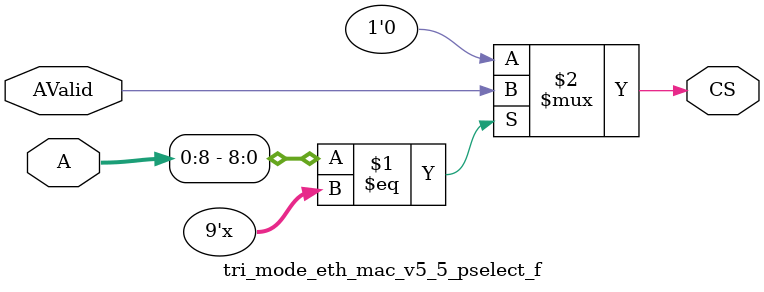
<source format=v>
module tri_mode_eth_mac_v5_5_pselect_f ( A, AValid, CS) ;

parameter C_AB  = 9;
parameter C_AW  = 32;
parameter [0:C_AW - 1] C_BAR =  'bz;
parameter C_FAMILY  = "nofamily";
input[0:C_AW-1] A; 
input AValid; 
output CS; 
wire CS;
parameter [0:C_AB-1]BAR = C_BAR[0:C_AB-1];

//----------------------------------------------------------------------------
// Build a behavioral decoder
//----------------------------------------------------------------------------
generate
if (C_AB > 0) begin : XST_WA
assign CS = (A[0:C_AB - 1] == BAR[0:C_AB - 1]) ? AValid : 1'b0 ;
end
endgenerate

generate
if (C_AB == 0) begin : PASS_ON_GEN
assign CS = AValid ;
end
endgenerate
endmodule

</source>
